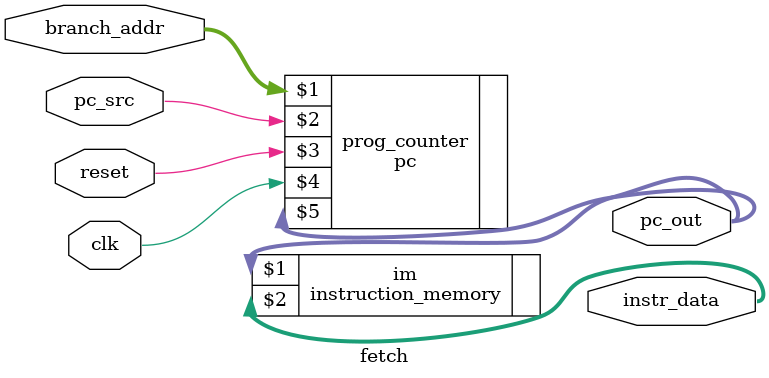
<source format=v>
`include "./Fetch Stage/pc.v"
`include "./instruction memory/instruction_memory.v"

module fetch(input clk, input pc_src, input reset, input [31:0]branch_addr, output [31:0]instr_data, output [31:0]pc_out);
    pc prog_counter(branch_addr, pc_src, reset, clk, pc_out);
    instruction_memory im(pc_out, instr_data);

endmodule
</source>
